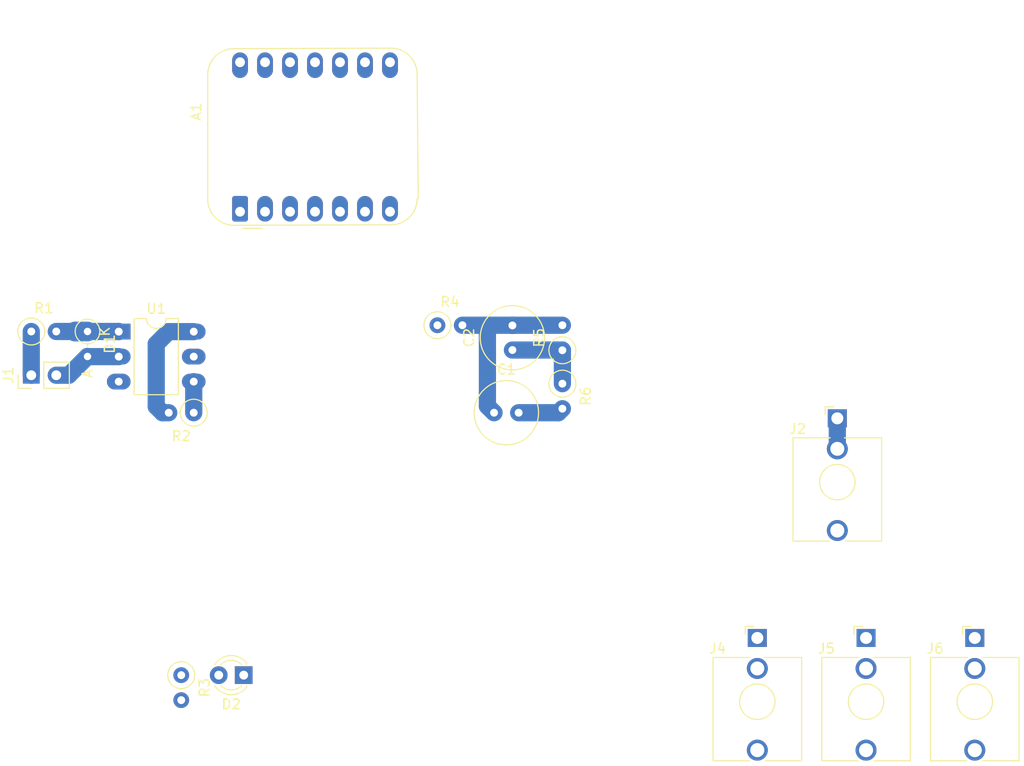
<source format=kicad_pcb>
(kicad_pcb (version 20240108) (generator "pcbnew") (generator_version "8.0")
  (layers (0 "F.Cu" signal) (31 "B.Cu" signal) (34 "B.Paste" user) (35 "F.Paste" user) (36 "B.SilkS" user "B.Silkscreen") (37 "F.SilkS" user "F.Silkscreen") (38 "B.Mask" user) (39 "F.Mask" user) (44 "Edge.Cuts" user))
  (net 0 "")
  (net 1 "Net-(C1-Pad2)")
  (net 2 "Net-(C1-Pad1)")
  (net 3 "GND")
  (net 4 "Net-(D1-K)")
  (net 5 "Net-(D1-A)")
  (net 6 "Net-(D2-A)")
  (net 7 "A0")
  (net 8 "Net-(J1-Pin_1)")
  (net 9 "+3V3")
  (net 10 "TX")
  (net 16 "Net-(A1-MOSI)")
  (net 17 "Net-(A1-SDA)")
  (net 18 "Net-(A1-RX)")
  (net 19 "Net-(A1-A1)")
  (net 20 "Net-(A1-SCK)")
  (net 21 "Net-(A1-SCL)")
  (net 22 "Net-(A1-A2)")
  (net 23 "Net-(A1-MISO)")
  (net 24 "Net-(A1-A3)")
  (net 25 "Net-(U2-VOUT)")
  (footprint "Resistor_THT:R_Axial_DIN0207_L6.3mm_D2.5mm_P2.54mm_Vertical" (layer "F.Cu") (at 87.63 62.865 90)
    (property "Reference" "R5" (at 1.27 -2.37 90) (layer "F.SilkS"))
    (property "Value" "100")
    (fp_line (start 1.37 0) (end 1.44 0) (stroke (width 0.12)) (layer "F.SilkS"))
    (fp_circle (center 0 0) (end 1.37 0) (stroke (width 0.12)) (fill none) (layer "F.SilkS"))
    (pad "1" thru_hole circle (at 0 0 90) (size 1.6 1.6) (drill 0.8) (layers "*.Cu" "*.Mask") (net 3 "GND"))
    (pad "2" thru_hole oval (at 2.54 0 90) (size 1.6 1.6) (drill 0.8) (layers "*.Cu" "*.Mask") (net 2 "Net-(C1-Pad1)"))
  )
  (footprint "Connector_Audio:Jack_3.5mm_QingPu_WQP-PJ398SM_Vertical_CircularHoles" (layer "F.Cu") (at 118.49 92.105)
    (property "Reference" "J5" (at -4.03 1.08 180) (layer "F.SilkS"))
    (property "Value" "Gate Out")
    (fp_line (start -4.5 1.98) (end -4.5 12.48) (stroke (width 0.12)) (layer "F.SilkS"))
    (fp_line (start -1.23 -1.17) (end -1.23 -0.37) (stroke (width 0.12)) (layer "F.SilkS"))
    (fp_line (start -1.23 -1.17) (end -0.37 -1.17) (stroke (width 0.12)) (layer "F.SilkS"))
    (fp_line (start -0.8 12.48) (end -4.5 12.48) (stroke (width 0.12)) (layer "F.SilkS"))
    (fp_line (start -0.72 1.98) (end -4.5 1.98) (stroke (width 0.12)) (layer "F.SilkS"))
    (fp_line (start 4.5 1.98) (end 0.72 1.98) (stroke (width 0.12)) (layer "F.SilkS"))
    (fp_line (start 4.5 1.98) (end 4.5 12.48) (stroke (width 0.12)) (layer "F.SilkS"))
    (fp_line (start 4.5 12.48) (end 0.8 12.48) (stroke (width 0.12)) (layer "F.SilkS"))
    (fp_circle (center 0 6.48) (end 1.8 6.48) (stroke (width 0.12)) (fill none) (layer "F.SilkS"))
    (pad "S" thru_hole rect (at 0 0 180) (size 1.93 1.83) (drill 1.22) (layers "*.Cu" "*.Mask"))
    (pad "T" thru_hole circle (at 0 11.4 180) (size 2.13 2.13) (drill 1.43) (layers "*.Cu" "*.Mask") (net 18 "Net-(A1-RX)"))
    (pad "TN" thru_hole circle (at 0 3.1 180) (size 2.13 2.13) (drill 1.42) (layers "*.Cu" "*.Mask"))
  )
  (footprint "Connector_Audio:Jack_3.5mm_QingPu_WQP-PJ398SM_Vertical_CircularHoles" (layer "F.Cu") (at 115.57 69.785)
    (property "Reference" "J2" (at -4.03 1.08 180) (layer "F.SilkS"))
    (property "Value" "Audio Out")
    (fp_line (start -4.5 1.98) (end -4.5 12.48) (stroke (width 0.12)) (layer "F.SilkS"))
    (fp_line (start -1.23 -1.17) (end -1.23 -0.37) (stroke (width 0.12)) (layer "F.SilkS"))
    (fp_line (start -1.23 -1.17) (end -0.37 -1.17) (stroke (width 0.12)) (layer "F.SilkS"))
    (fp_line (start -0.8 12.48) (end -4.5 12.48) (stroke (width 0.12)) (layer "F.SilkS"))
    (fp_line (start -0.72 1.98) (end -4.5 1.98) (stroke (width 0.12)) (layer "F.SilkS"))
    (fp_line (start 4.5 1.98) (end 0.72 1.98) (stroke (width 0.12)) (layer "F.SilkS"))
    (fp_line (start 4.5 1.98) (end 4.5 12.48) (stroke (width 0.12)) (layer "F.SilkS"))
    (fp_line (start 4.5 12.48) (end 0.8 12.48) (stroke (width 0.12)) (layer "F.SilkS"))
    (fp_circle (center 0 6.48) (end 1.8 6.48) (stroke (width 0.12)) (fill none) (layer "F.SilkS"))
    (pad "R" thru_hole circle (at 0 3.1 180) (size 2.13 2.13) (drill 1.42) (layers "*.Cu" "*.Mask") (net 3 "GND"))
    (pad "S" thru_hole rect (at 0 0 180) (size 1.93 1.83) (drill 1.22) (layers "*.Cu" "*.Mask") (net 3 "GND"))
    (pad "T" thru_hole circle (at 0 11.4 180) (size 2.13 2.13) (drill 1.43) (layers "*.Cu" "*.Mask") (net 1 "Net-(C1-Pad2)"))
  )
  (footprint "DSE_Custom_Footprints:Adafruit_QT_PY_RP2040_DSE" (layer "F.Cu") (at 58.045526 48.787501 90)
    (property "Reference" "A1" (at 10.16 -7.62 90) (layer "F.SilkS"))
    (property "Value" "Adafruit_QT_PY_RP2040_DSE")
    (fp_line (start 13.92124 -6.46) (end 1.27 -6.46) (stroke (width 0.12)) (layer "F.SilkS"))
    (fp_line (start 16.57124 -3.81) (end 16.620002 12.173949) (stroke (width 0.12)) (layer "F.SilkS"))
    (fp_line (start -1.38 -3.81) (end -1.331238 12.173949) (stroke (width 0.12)) (layer "F.SilkS"))
    (fp_line (start -1.7 -0.905) (end -1.7 -2.905) (stroke (width 0.12)) (layer "F.SilkS"))
    (fp_line (start 13.970002 14.823949) (end 1.318762 14.933949) (stroke (width 0.12)) (layer "F.SilkS"))
    (fp_arc (start 13.92124 -6.46) (mid 15.795073 -5.683833) (end 16.57124 -3.81) (stroke (width 0.12)) (layer "F.SilkS"))
    (fp_arc (start -1.38 -3.81) (mid -0.603833 -5.683833) (end 1.27 -6.46) (stroke (width 0.12)) (layer "F.SilkS"))
    (fp_arc (start 16.620002 12.173949) (mid 15.843835 14.047783) (end 13.970002 14.823949) (stroke (width 0.12)) (layer "F.SilkS"))
    (fp_arc (start 1.318762 14.823949) (mid -0.555071 14.047782) (end -1.331238 12.173949) (stroke (width 0.12)) (layer "F.SilkS"))
    (pad "1" thru_hole roundrect (at 0 -3.175 90) (size 2.6 1.6) (drill 1 (offset 0.3 0)) (layers "*.Cu" "*.Mask") (roundrect_rratio 0.15625) (net 7 "A0"))
    (pad "2" thru_hole oval (at 0 -0.635 90) (size 2.6 1.6) (drill 1 (offset 0.3 0)) (layers "*.Cu" "*.Mask") (net 19 "Net-(A1-A1)"))
    (pad "3" thru_hole oval (at 0 1.905 90) (size 2.6 1.6) (drill 1 (offset 0.3 0)) (layers "*.Cu" "*.Mask") (net 22 "Net-(A1-A2)"))
    (pad "4" thru_hole oval (at 0 4.445 90) (size 2.6 1.6) (drill 1 (offset 0.3 0)) (layers "*.Cu" "*.Mask") (net 24 "Net-(A1-A3)"))
    (pad "5" thru_hole oval (at 0 6.985 90) (size 2.6 1.6) (drill 1 (offset 0.3 0)) (layers "*.Cu" "*.Mask") (net 17 "Net-(A1-SDA)"))
    (pad "6" thru_hole oval (at 0 9.525 90) (size 2.6 1.6) (drill 1 (offset 0.3 0)) (layers "*.Cu" "*.Mask") (net 21 "Net-(A1-SCL)"))
    (pad "7" thru_hole oval (at 0 12.065 90) (size 2.6 1.6) (drill 1 (offset 0.3 0)) (layers "*.Cu" "*.Mask") (net 10 "TX"))
    (pad "8" thru_hole oval (at 15.19124 12.065 270) (size 2.6 1.6) (drill 1 (offset 0.3 0)) (layers "*.Cu" "*.Mask") (net 18 "Net-(A1-RX)"))
    (pad "9" thru_hole oval (at 15.19124 9.525 270) (size 2.6 1.6) (drill 1 (offset 0.3 0)) (layers "*.Cu" "*.Mask") (net 20 "Net-(A1-SCK)"))
    (pad "10" thru_hole oval (at 15.19124 6.985 270) (size 2.6 1.6) (drill 1 (offset 0.3 0)) (layers "*.Cu" "*.Mask") (net 23 "Net-(A1-MISO)"))
    (pad "11" thru_hole oval (at 15.19124 4.445 270) (size 2.6 1.6) (drill 1 (offset 0.3 0)) (layers "*.Cu" "*.Mask") (net 16 "Net-(A1-MOSI)"))
    (pad "12" thru_hole oval (at 15.19124 1.905 270) (size 2.6 1.6) (drill 1 (offset 0.3 0)) (layers "*.Cu" "*.Mask") (net 9 "+3V3"))
    (pad "13" thru_hole oval (at 15.19124 -0.635 270) (size 2.6 1.6) (drill 1 (offset 0.3 0)) (layers "*.Cu" "*.Mask") (net 3 "GND"))
    (pad "14" thru_hole oval (at 15.19124 -3.175 270) (size 2.6 1.6) (drill 1 (offset 0.3 0)) (layers "*.Cu" "*.Mask"))
  )
  (footprint "Resistor_THT:R_Axial_DIN0207_L6.3mm_D2.5mm_P2.54mm_Vertical" (layer "F.Cu") (at 50.165 69.215 180)
    (property "Reference" "R2" (at 1.27 -2.37 360) (layer "F.SilkS"))
    (property "Value" "470")
    (fp_line (start 1.37 0) (end 1.44 0) (stroke (width 0.12)) (layer "F.SilkS"))
    (fp_circle (center 0 0) (end 1.37 0) (stroke (width 0.12)) (fill none) (layer "F.SilkS"))
    (pad "1" thru_hole circle (at 0 0 180) (size 1.6 1.6) (drill 0.8) (layers "*.Cu" "*.Mask") (net 7 "A0"))
    (pad "2" thru_hole oval (at 2.54 0 180) (size 1.6 1.6) (drill 0.8) (layers "*.Cu" "*.Mask") (net 9 "+3V3"))
  )
  (footprint "Capacitor_THT:C_Radial_D6.3mm_H7.0mm_P2.50mm" (layer "F.Cu") (at 80.685 69.215)
    (property "Reference" "C1" (at 1.25 -4.4 360) (layer "F.SilkS"))
    (property "Value" "47u")
    (fp_circle (center 1.25 0) (end 4.52 0) (stroke (width 0.12)) (fill none) (layer "F.SilkS"))
    (pad "1" thru_hole circle (at 0 0) (size 1.6 1.6) (drill 0.8) (layers "*.Cu" "*.Mask") (net 2 "Net-(C1-Pad1)"))
    (pad "2" thru_hole circle (at 2.5 0) (size 1.6 1.6) (drill 0.8) (layers "*.Cu" "*.Mask") (net 1 "Net-(C1-Pad2)"))
  )
  (footprint "Connector_Audio:Jack_3.5mm_QingPu_WQP-PJ398SM_Vertical_CircularHoles" (layer "F.Cu") (at 129.54 92.105)
    (property "Reference" "J6" (at -4.03 1.08 180) (layer "F.SilkS"))
    (property "Value" "Clock Out")
    (fp_line (start -4.5 1.98) (end -4.5 12.48) (stroke (width 0.12)) (layer "F.SilkS"))
    (fp_line (start -1.23 -1.17) (end -1.23 -0.37) (stroke (width 0.12)) (layer "F.SilkS"))
    (fp_line (start -1.23 -1.17) (end -0.37 -1.17) (stroke (width 0.12)) (layer "F.SilkS"))
    (fp_line (start -0.8 12.48) (end -4.5 12.48) (stroke (width 0.12)) (layer "F.SilkS"))
    (fp_line (start -0.72 1.98) (end -4.5 1.98) (stroke (width 0.12)) (layer "F.SilkS"))
    (fp_line (start 4.5 1.98) (end 0.72 1.98) (stroke (width 0.12)) (layer "F.SilkS"))
    (fp_line (start 4.5 1.98) (end 4.5 12.48) (stroke (width 0.12)) (layer "F.SilkS"))
    (fp_line (start 4.5 12.48) (end 0.8 12.48) (stroke (width 0.12)) (layer "F.SilkS"))
    (fp_circle (center 0 6.48) (end 1.8 6.48) (stroke (width 0.12)) (fill none) (layer "F.SilkS"))
    (pad "S" thru_hole rect (at 0 0 180) (size 1.93 1.83) (drill 1.22) (layers "*.Cu" "*.Mask"))
    (pad "T" thru_hole circle (at 0 11.4 180) (size 2.13 2.13) (drill 1.43) (layers "*.Cu" "*.Mask") (net 19 "Net-(A1-A1)"))
    (pad "TN" thru_hole circle (at 0 3.1 180) (size 2.13 2.13) (drill 1.42) (layers "*.Cu" "*.Mask"))
  )
  (footprint "Connector_Audio:Jack_3.5mm_QingPu_WQP-PJ398SM_Vertical_CircularHoles" (layer "F.Cu") (at 107.44 92.105)
    (property "Reference" "J4" (at -4.03 1.08 180) (layer "F.SilkS"))
    (property "Value" "CV Out")
    (fp_line (start -4.5 1.98) (end -4.5 12.48) (stroke (width 0.12)) (layer "F.SilkS"))
    (fp_line (start -1.23 -1.17) (end -1.23 -0.37) (stroke (width 0.12)) (layer "F.SilkS"))
    (fp_line (start -1.23 -1.17) (end -0.37 -1.17) (stroke (width 0.12)) (layer "F.SilkS"))
    (fp_line (start -0.8 12.48) (end -4.5 12.48) (stroke (width 0.12)) (layer "F.SilkS"))
    (fp_line (start -0.72 1.98) (end -4.5 1.98) (stroke (width 0.12)) (layer "F.SilkS"))
    (fp_line (start 4.5 1.98) (end 0.72 1.98) (stroke (width 0.12)) (layer "F.SilkS"))
    (fp_line (start 4.5 1.98) (end 4.5 12.48) (stroke (width 0.12)) (layer "F.SilkS"))
    (fp_line (start 4.5 12.48) (end 0.8 12.48) (stroke (width 0.12)) (layer "F.SilkS"))
    (fp_circle (center 0 6.48) (end 1.8 6.48) (stroke (width 0.12)) (fill none) (layer "F.SilkS"))
    (pad "S" thru_hole rect (at 0 0 180) (size 1.93 1.83) (drill 1.22) (layers "*.Cu" "*.Mask"))
    (pad "T" thru_hole circle (at 0 11.4 180) (size 2.13 2.13) (drill 1.43) (layers "*.Cu" "*.Mask") (net 25 "Net-(U2-VOUT)"))
    (pad "TN" thru_hole circle (at 0 3.1 180) (size 2.13 2.13) (drill 1.42) (layers "*.Cu" "*.Mask"))
  )
  (footprint "Resistor_THT:R_Axial_DIN0207_L6.3mm_D2.5mm_P2.54mm_Vertical" (layer "F.Cu") (at 87.63 66.265 -90)
    (property "Reference" "R6" (at 1.27 -2.37 90) (layer "F.SilkS"))
    (property "Value" "1k8")
    (fp_line (start 1.37 0) (end 1.44 0) (stroke (width 0.12)) (layer "F.SilkS"))
    (fp_circle (center 0 0) (end 1.37 0) (stroke (width 0.12)) (fill none) (layer "F.SilkS"))
    (pad "1" thru_hole circle (at 0 0 270) (size 1.6 1.6) (drill 0.8) (layers "*.Cu" "*.Mask") (net 3 "GND"))
    (pad "2" thru_hole oval (at 2.54 0 270) (size 1.6 1.6) (drill 0.8) (layers "*.Cu" "*.Mask") (net 1 "Net-(C1-Pad2)"))
  )
  (footprint "Package_DIP:DIP-6_W7.62mm_LongPads" (layer "F.Cu") (at 42.545 60.975)
    (property "Reference" "U1" (at 3.81 -2.33 0) (layer "F.SilkS"))
    (property "Value" "H11L1")
    (fp_line (start 1.56 -1.33) (end 1.56 6.41) (stroke (width 0.12)) (layer "F.SilkS"))
    (fp_line (start 1.56 6.41) (end 6.06 6.41) (stroke (width 0.12)) (layer "F.SilkS"))
    (fp_line (start 2.81 -1.33) (end 1.56 -1.33) (stroke (width 0.12)) (layer "F.SilkS"))
    (fp_line (start 6.06 -1.33) (end 4.81 -1.33) (stroke (width 0.12)) (layer "F.SilkS"))
    (fp_line (start 6.06 6.41) (end 6.06 -1.33) (stroke (width 0.12)) (layer "F.SilkS"))
    (fp_arc (start 4.81 -1.33) (mid 3.81 -0.33) (end 2.81 -1.33) (stroke (width 0.12)) (layer "F.SilkS"))
    (pad "1" thru_hole rect (at 0 0) (size 2.4 1.6) (drill 0.8) (layers "*.Cu" "*.Mask") (net 4 "Net-(D1-K)"))
    (pad "2" thru_hole oval (at 0 2.54) (size 2.4 1.6) (drill 0.8) (layers "*.Cu" "*.Mask") (net 5 "Net-(D1-A)"))
    (pad "3" thru_hole oval (at 0 5.08) (size 2.4 1.6) (drill 0.8) (layers "*.Cu" "*.Mask"))
    (pad "4" thru_hole oval (at 7.62 5.08) (size 2.4 1.6) (drill 0.8) (layers "*.Cu" "*.Mask") (net 7 "A0"))
    (pad "5" thru_hole oval (at 7.62 2.54) (size 2.4 1.6) (drill 0.8) (layers "*.Cu" "*.Mask") (net 3 "GND"))
    (pad "6" thru_hole oval (at 7.62 0) (size 2.4 1.6) (drill 0.8) (layers "*.Cu" "*.Mask") (net 9 "+3V3"))
  )
  (footprint "Capacitor_THT:C_Radial_D6.3mm_H7.0mm_P2.50mm" (layer "F.Cu") (at 82.55 62.845 90)
    (property "Reference" "C2" (at 1.25 -4.4 90) (layer "F.SilkS"))
    (property "Value" "100n")
    (fp_circle (center 1.25 0) (end 4.52 0) (stroke (width 0.12)) (fill none) (layer "F.SilkS"))
    (pad "1" thru_hole circle (at 0 0 90) (size 1.6 1.6) (drill 0.8) (layers "*.Cu" "*.Mask") (net 3 "GND"))
    (pad "2" thru_hole circle (at 2.5 0 90) (size 1.6 1.6) (drill 0.8) (layers "*.Cu" "*.Mask") (net 2 "Net-(C1-Pad1)"))
  )
  (footprint "Resistor_THT:R_Axial_DIN0207_L6.3mm_D2.5mm_P2.54mm_Vertical" (layer "F.Cu") (at 74.93 60.325)
    (property "Reference" "R4" (at 1.27 -2.37 360) (layer "F.SilkS"))
    (property "Value" "220")
    (fp_line (start 1.37 0) (end 1.44 0) (stroke (width 0.12)) (layer "F.SilkS"))
    (fp_circle (center 0 0) (end 1.37 0) (stroke (width 0.12)) (fill none) (layer "F.SilkS"))
    (pad "1" thru_hole circle (at 0 0) (size 1.6 1.6) (drill 0.8) (layers "*.Cu" "*.Mask") (net 10 "TX"))
    (pad "2" thru_hole oval (at 2.54 0) (size 1.6 1.6) (drill 0.8) (layers "*.Cu" "*.Mask") (net 2 "Net-(C1-Pad1)"))
  )
  (footprint "Resistor_THT:R_Axial_DIN0207_L6.3mm_D2.5mm_P2.54mm_Vertical" (layer "F.Cu") (at 48.895 95.885 -90)
    (property "Reference" "R3" (at 1.27 -2.37 90) (layer "F.SilkS"))
    (property "Value" "2k2")
    (fp_line (start 1.37 0) (end 1.44 0) (stroke (width 0.12)) (layer "F.SilkS"))
    (fp_circle (center 0 0) (end 1.37 0) (stroke (width 0.12)) (fill none) (layer "F.SilkS"))
    (pad "1" thru_hole circle (at 0 0 270) (size 1.6 1.6) (drill 0.8) (layers "*.Cu" "*.Mask") (net 6 "Net-(D2-A)"))
    (pad "2" thru_hole oval (at 2.54 0 270) (size 1.6 1.6) (drill 0.8) (layers "*.Cu" "*.Mask") (net 9 "+3V3"))
  )
  (footprint "Connector_PinHeader_2.54mm:PinHeader_1x02_P2.54mm_Vertical" (layer "F.Cu") (at 33.655 65.405 90)
    (property "Reference" "J1" (at 0 -2.33 90) (layer "F.SilkS"))
    (property "Value" "~")
    (fp_line (start -1.33 -1.33) (end 0 -1.33) (stroke (width 0.12)) (layer "F.SilkS"))
    (fp_line (start -1.33 0) (end -1.33 -1.33) (stroke (width 0.12)) (layer "F.SilkS"))
    (fp_line (start 1.33 1.27) (end 1.33 3.87) (stroke (width 0.12)) (layer "F.SilkS"))
    (fp_line (start -1.33 1.27) (end 1.33 1.27) (stroke (width 0.12)) (layer "F.SilkS"))
    (fp_line (start -1.33 1.27) (end -1.33 3.87) (stroke (width 0.12)) (layer "F.SilkS"))
    (fp_line (start -1.33 3.87) (end 1.33 3.87) (stroke (width 0.12)) (layer "F.SilkS"))
    (pad "1" thru_hole rect (at 0 0 90) (size 1.7 1.7) (drill 1) (layers "*.Cu" "*.Mask") (net 8 "Net-(J1-Pin_1)"))
    (pad "2" thru_hole oval (at 0 2.54 90) (size 1.7 1.7) (drill 1) (layers "*.Cu" "*.Mask") (net 5 "Net-(D1-A)"))
  )
  (footprint "LED_THT:LED_D3.0mm" (layer "F.Cu") (at 55.245 95.885 180)
    (property "Reference" "D2" (at 1.27 -2.96 360) (layer "F.SilkS"))
    (property "Value" "LED")
    (fp_line (start -0.29 1.08) (end -0.29 1.236) (stroke (width 0.12)) (layer "F.SilkS"))
    (fp_line (start -0.29 -1.236) (end -0.29 -1.08) (stroke (width 0.12)) (layer "F.SilkS"))
    (fp_arc (start 2.941397 1.080061) (mid 1.365624 1.987701) (end -0.29 1.235516) (stroke (width 0.12)) (layer "F.SilkS"))
    (fp_arc (start 2.31091 1.080049) (mid 1.269965 1.5) (end 0.229039 1.08) (stroke (width 0.12)) (layer "F.SilkS"))
    (fp_arc (start 0.229039 -1.08) (mid 1.269965 -1.5) (end 2.31091 -1.080049) (stroke (width 0.12)) (layer "F.SilkS"))
    (fp_arc (start -0.29 -1.235516) (mid 1.365624 -1.987701) (end 2.941397 -1.080061) (stroke (width 0.12)) (layer "F.SilkS"))
    (pad "1" thru_hole rect (at 0 0 180) (size 1.8 1.8) (drill 0.9) (layers "*.Cu" "*.Mask") (net 7 "A0"))
    (pad "2" thru_hole circle (at 2.54 0 180) (size 1.8 1.8) (drill 0.9) (layers "*.Cu" "*.Mask") (net 6 "Net-(D2-A)"))
  )
  (footprint "Diode_THT:D_DO-34_SOD68_P2.54mm_Vertical_AnodeUp" (layer "F.Cu") (at 39.37 60.96 -90)
    (property "Reference" "D1" (at 1.27 -2.25566 90) (layer "F.SilkS"))
    (property "Value" "D")
    (fp_line (start 1.25566 0) (end 1.49 0) (stroke (width 0.12)) (layer "F.SilkS"))
    (fp_circle (center 0 0) (end 1.25566 0) (stroke (width 0.12)) (fill none) (layer "F.SilkS"))
    (fp_text user "A" (at 4.29 0 90) (layer "F.SilkS"))
    (fp_text user "K" (at 0 -1.75 90) (layer "F.SilkS"))
    (pad "1" thru_hole rect (at 0 0 270) (size 1.5 1.5) (drill 0.75) (layers "*.Cu" "*.Mask") (net 4 "Net-(D1-K)"))
    (pad "2" thru_hole oval (at 2.54 0 270) (size 1.5 1.5) (drill 0.75) (layers "*.Cu" "*.Mask") (net 5 "Net-(D1-A)"))
  )
  (footprint "Resistor_THT:R_Axial_DIN0207_L6.3mm_D2.5mm_P2.54mm_Vertical" (layer "F.Cu") (at 33.655 60.96)
    (property "Reference" "R1" (at 1.27 -2.37 360) (layer "F.SilkS"))
    (property "Value" "220")
    (fp_line (start 1.37 0) (end 1.44 0) (stroke (width 0.12)) (layer "F.SilkS"))
    (fp_circle (center 0 0) (end 1.37 0) (stroke (width 0.12)) (fill none) (layer "F.SilkS"))
    (pad "1" thru_hole circle (at 0 0) (size 1.6 1.6) (drill 0.8) (layers "*.Cu" "*.Mask") (net 8 "Net-(J1-Pin_1)"))
    (pad "2" thru_hole oval (at 2.54 0) (size 1.6 1.6) (drill 0.8) (layers "*.Cu" "*.Mask") (net 4 "Net-(D1-K)"))
  )
  (segment (start 83.185 69.215) (end 87.22 69.215) (width 1.75) (layer "B.Cu") (net 1))
  (segment (start 87.22 69.215) (end 87.63 68.805) (width 1.75) (layer "B.Cu") (net 1))
  (segment (start 87.63 60.325) (end 82.57 60.325) (width 1.75) (layer "B.Cu") (net 2))
  (segment (start 82.53 60.325) (end 82.55 60.345) (width 1.75) (layer "B.Cu") (net 2))
  (segment (start 82.57 60.325) (end 82.55 60.345) (width 1.75) (layer "B.Cu") (net 2))
  (segment (start 80.01 68.54) (end 80.01 60.325) (width 1.75) (layer "B.Cu") (net 2))
  (segment (start 80.685 69.215) (end 80.01 68.54) (width 1.75) (layer "B.Cu") (net 2))
  (segment (start 80.01 60.325) (end 82.53 60.325) (width 1.75) (layer "B.Cu") (net 2))
  (segment (start 77.47 60.325) (end 80.01 60.325) (width 1.75) (layer "B.Cu") (net 2))
  (segment (start 87.63 62.865) (end 87.63 66.265) (width 1.75) (layer "B.Cu") (net 3))
  (segment (start 87.61 62.845) (end 87.63 62.865) (width 1.75) (layer "B.Cu") (net 3))
  (segment (start 115.57 69.785) (end 115.57 72.885) (width 1.75) (layer "B.Cu") (net 3))
  (segment (start 82.55 62.845) (end 87.61 62.845) (width 1.75) (layer "B.Cu") (net 3))
  (segment (start 36.195 60.96) (end 39.37 60.96) (width 1.75) (layer "B.Cu") (net 4))
  (segment (start 42.53 60.96) (end 42.545 60.975) (width 1.75) (layer "B.Cu") (net 4))
  (segment (start 38.115 60.975) (end 38.13 60.96) (width 2) (layer "B.Cu") (net 4))
  (segment (start 39.37 60.96) (end 42.53 60.96) (width 1.75) (layer "B.Cu") (net 4))
  (segment (start 38.13 60.96) (end 39.37 60.96) (width 2) (layer "B.Cu") (net 4))
  (segment (start 42.545 63.515) (end 39.385 63.515) (width 1.75) (layer "B.Cu") (net 5))
  (segment (start 39.37 63.5) (end 37.465 65.405) (width 1.75) (layer "B.Cu") (net 5))
  (segment (start 39.385 63.515) (end 39.37 63.5) (width 1.75) (layer "B.Cu") (net 5))
  (segment (start 37.465 65.405) (end 36.195 65.405) (width 1.75) (layer "B.Cu") (net 5))
  (segment (start 50.165 69.215) (end 50.165 66.055) (width 1.75) (layer "B.Cu") (net 7))
  (segment (start 33.655 65.405) (end 33.655 60.96) (width 1.75) (layer "B.Cu") (net 8))
  (segment (start 47.61 60.975) (end 50.165 60.975) (width 1.75) (layer "B.Cu") (net 9))
  (segment (start 46.355 62.23) (end 47.61 60.975) (width 1.75) (layer "B.Cu") (net 9))
  (segment (start 46.355 68.58) (end 46.355 62.23) (width 1.75) (layer "B.Cu") (net 9))
  (segment (start 46.99 69.215) (end 46.355 68.58) (width 1.75) (layer "B.Cu") (net 9))
  (segment (start 47.625 69.215) (end 46.99 69.215) (width 1.75) (layer "B.Cu") (net 9))
)
</source>
